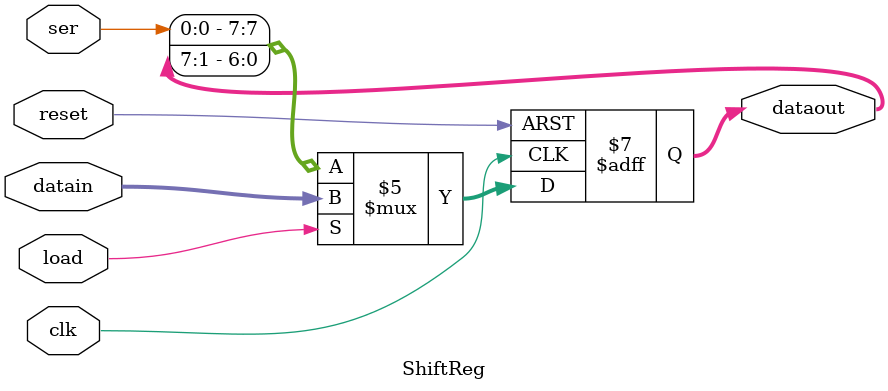
<source format=v>
`timescale 1ns / 1ps
module ShiftReg(
		input [7:0] datain,
		output reg [7:0] dataout,
		input ser,
		input load,
		input clk,
		input reset
    );

always @(posedge clk,negedge reset)
begin
	if(!reset)
		dataout<=0;
	else
		begin
			if(!load)
				dataout[7:0]<={ser,dataout[7:1]};
			else 
				dataout <= datain;
		end
end

endmodule
</source>
